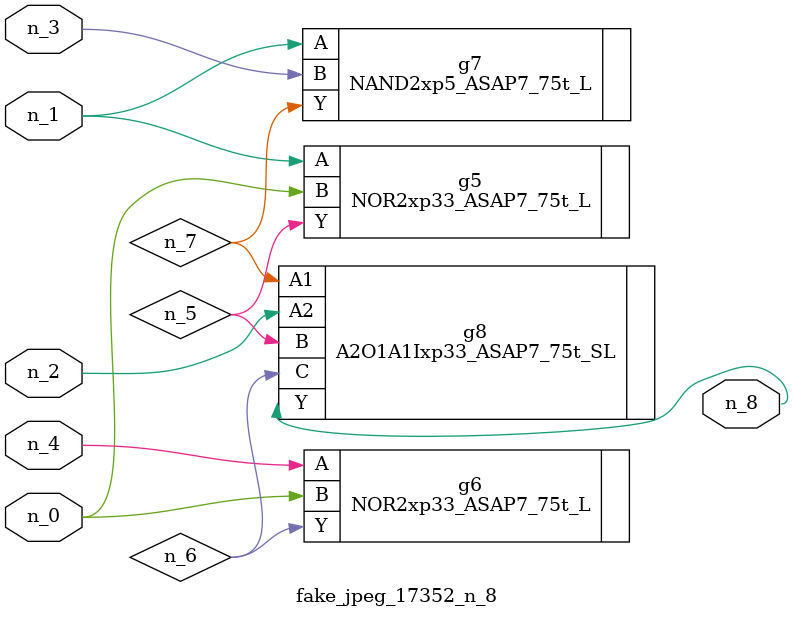
<source format=v>
module fake_jpeg_17352_n_8 (n_3, n_2, n_1, n_0, n_4, n_8);

input n_3;
input n_2;
input n_1;
input n_0;
input n_4;

output n_8;

wire n_6;
wire n_5;
wire n_7;

NOR2xp33_ASAP7_75t_L g5 ( 
.A(n_1),
.B(n_0),
.Y(n_5)
);

NOR2xp33_ASAP7_75t_L g6 ( 
.A(n_4),
.B(n_0),
.Y(n_6)
);

NAND2xp5_ASAP7_75t_L g7 ( 
.A(n_1),
.B(n_3),
.Y(n_7)
);

A2O1A1Ixp33_ASAP7_75t_SL g8 ( 
.A1(n_7),
.A2(n_2),
.B(n_5),
.C(n_6),
.Y(n_8)
);


endmodule
</source>
